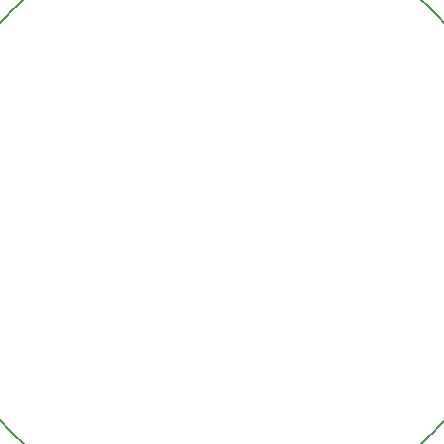
<source format=gbr>
G04 DipTrace 3.3.0.1*
G04 BoardOutline.gbr*
%MOMM*%
G04 #@! TF.FileFunction,Profile*
G04 #@! TF.Part,Single*
%ADD11C,0.14*%
%FSLAX35Y35*%
G04*
G71*
G90*
G75*
G01*
G04 BoardOutline*
%LPD*%
X-1778000Y-1778000D2*
D11*
G03X1792890Y1792890I1785445J1785445D01*
G01*
G03X-1778000Y-1778000I-1785445J-1785445D01*
G01*
M02*

</source>
